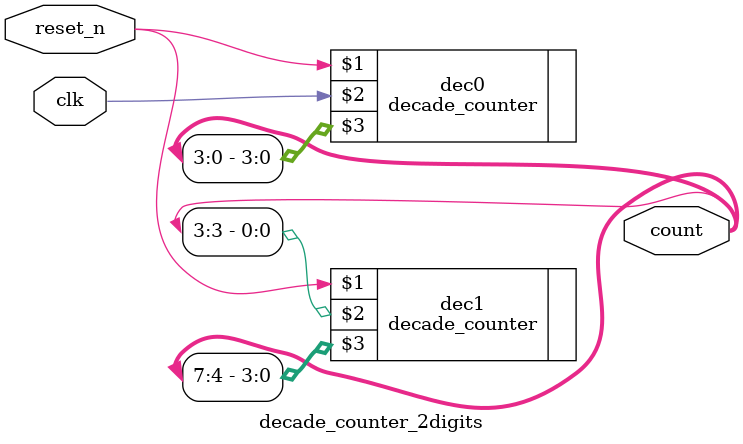
<source format=v>
/* CSED273 lab6 experiment 2 */
/* lab6_2.v */

`timescale 1ps / 1fs

/* Implement 2-decade BCD counter (0-99)
 * You must use decade BCD counter of lab6_1.v */
module decade_counter_2digits(input reset_n, input clk, output [7:0] count);

    ////////////////////////
    decade_counter dec0(reset_n, clk, count[3:0]); // lowest digit
    // Highest digit. Update when lowest digit's highest bit changes from 1 to 0.
    decade_counter dec1(reset_n, count[3], count[7:4]);
    ////////////////////////
	
endmodule

</source>
